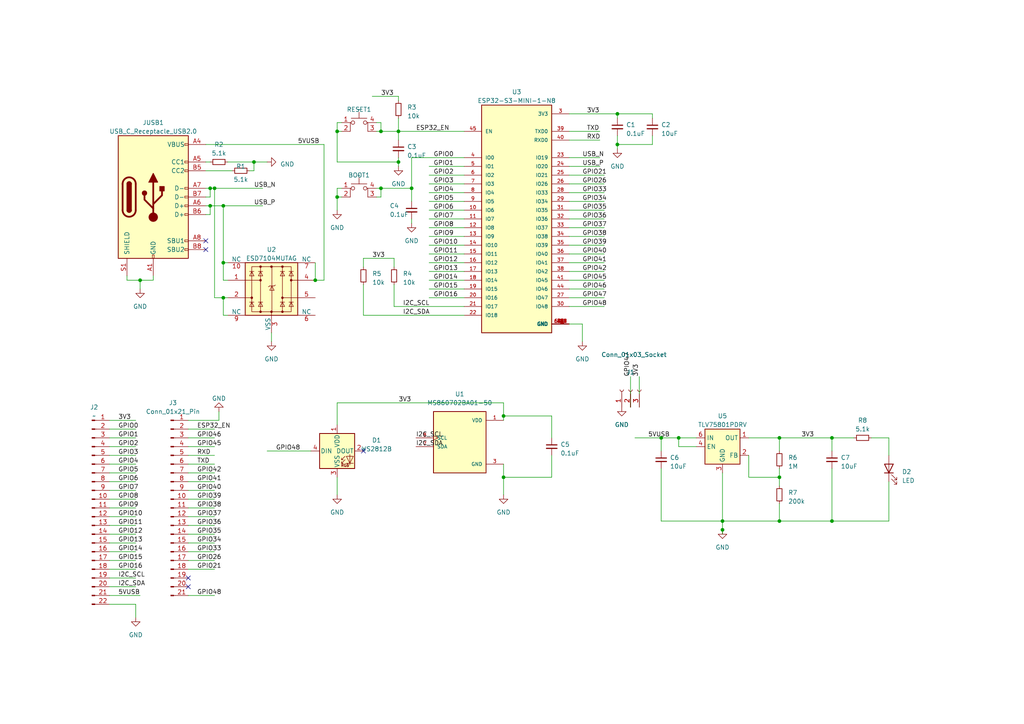
<source format=kicad_sch>
(kicad_sch (version 20250114) (generator "eeschema") (generator_version "9.0")
  (paper "A4")
  (lib_symbols
    (symbol "Connector:Conn_01x03_Socket" (pin_names (offset 1.016) (hide yes))
      (property "Reference" "J" (at 0 5.08 0))
      (property "Value" "Conn_01x03_Socket" (at 0 -5.08 0))
      (symbol "Conn_01x03_Socket_1_1"
        (pin passive line (at -5.08 2.54 0) (length 3.81) (name "Pin_1") (number "1"))
        (pin passive line (at -5.08 0 0) (length 3.81) (name "Pin_2") (number "2"))
        (pin passive line (at -5.08 -2.54 0) (length 3.81) (name "Pin_3") (number "3"))
      )
    )
    (symbol "Connector:Conn_01x21_Pin" (pin_names (offset 1.016) (hide yes))
      (property "Reference" "J" (at 0 27.94 0))
      (property "Value" "Conn_01x21_Pin" (at 0 -27.94 0))
      (symbol "Conn_01x21_Pin_1_1"
        (pin passive line (at 5.08 25.4 180) (length 3.81) (name "Pin_1") (number "1"))
        (pin passive line (at 5.08 22.86 180) (length 3.81) (name "Pin_2") (number "2"))
        (pin passive line (at 5.08 20.32 180) (length 3.81) (name "Pin_3") (number "3"))
        (pin passive line (at 5.08 17.78 180) (length 3.81) (name "Pin_4") (number "4"))
        (pin passive line (at 5.08 15.24 180) (length 3.81) (name "Pin_5") (number "5"))
        (pin passive line (at 5.08 12.7 180) (length 3.81) (name "Pin_6") (number "6"))
        (pin passive line (at 5.08 10.16 180) (length 3.81) (name "Pin_7") (number "7"))
        (pin passive line (at 5.08 7.62 180) (length 3.81) (name "Pin_8") (number "8"))
        (pin passive line (at 5.08 5.08 180) (length 3.81) (name "Pin_9") (number "9"))
        (pin passive line (at 5.08 2.54 180) (length 3.81) (name "Pin_10") (number "10"))
        (pin passive line (at 5.08 0 180) (length 3.81) (name "Pin_11") (number "11"))
        (pin passive line (at 5.08 -2.54 180) (length 3.81) (name "Pin_12") (number "12"))
        (pin passive line (at 5.08 -5.08 180) (length 3.81) (name "Pin_13") (number "13"))
        (pin passive line (at 5.08 -7.62 180) (length 3.81) (name "Pin_14") (number "14"))
        (pin passive line (at 5.08 -10.16 180) (length 3.81) (name "Pin_15") (number "15"))
        (pin passive line (at 5.08 -12.7 180) (length 3.81) (name "Pin_16") (number "16"))
        (pin passive line (at 5.08 -15.24 180) (length 3.81) (name "Pin_17") (number "17"))
        (pin passive line (at 5.08 -17.78 180) (length 3.81) (name "Pin_18") (number "18"))
        (pin passive line (at 5.08 -20.32 180) (length 3.81) (name "Pin_19") (number "19"))
        (pin passive line (at 5.08 -22.86 180) (length 3.81) (name "Pin_20") (number "20"))
        (pin passive line (at 5.08 -25.4 180) (length 3.81) (name "Pin_21") (number "21"))
      )
    )
    (symbol "Connector:Conn_01x22_Pin" (pin_names (offset 1.016) (hide yes))
      (property "Reference" "J" (at 0 27.94 0))
      (property "Value" "Conn_01x22_Pin" (at 0 -30.48 0))
      (symbol "Conn_01x22_Pin_1_1"
        (pin passive line (at 5.08 25.4 180) (length 3.81) (name "Pin_1") (number "1"))
        (pin passive line (at 5.08 22.86 180) (length 3.81) (name "Pin_2") (number "2"))
        (pin passive line (at 5.08 20.32 180) (length 3.81) (name "Pin_3") (number "3"))
        (pin passive line (at 5.08 17.78 180) (length 3.81) (name "Pin_4") (number "4"))
        (pin passive line (at 5.08 15.24 180) (length 3.81) (name "Pin_5") (number "5"))
        (pin passive line (at 5.08 12.7 180) (length 3.81) (name "Pin_6") (number "6"))
        (pin passive line (at 5.08 10.16 180) (length 3.81) (name "Pin_7") (number "7"))
        (pin passive line (at 5.08 7.62 180) (length 3.81) (name "Pin_8") (number "8"))
        (pin passive line (at 5.08 5.08 180) (length 3.81) (name "Pin_9") (number "9"))
        (pin passive line (at 5.08 2.54 180) (length 3.81) (name "Pin_10") (number "10"))
        (pin passive line (at 5.08 0 180) (length 3.81) (name "Pin_11") (number "11"))
        (pin passive line (at 5.08 -2.54 180) (length 3.81) (name "Pin_12") (number "12"))
        (pin passive line (at 5.08 -5.08 180) (length 3.81) (name "Pin_13") (number "13"))
        (pin passive line (at 5.08 -7.62 180) (length 3.81) (name "Pin_14") (number "14"))
        (pin passive line (at 5.08 -10.16 180) (length 3.81) (name "Pin_15") (number "15"))
        (pin passive line (at 5.08 -12.7 180) (length 3.81) (name "Pin_16") (number "16"))
        (pin passive line (at 5.08 -15.24 180) (length 3.81) (name "Pin_17") (number "17"))
        (pin passive line (at 5.08 -17.78 180) (length 3.81) (name "Pin_18") (number "18"))
        (pin passive line (at 5.08 -20.32 180) (length 3.81) (name "Pin_19") (number "19"))
        (pin passive line (at 5.08 -22.86 180) (length 3.81) (name "Pin_20") (number "20"))
        (pin passive line (at 5.08 -25.4 180) (length 3.81) (name "Pin_21") (number "21"))
        (pin passive line (at 5.08 -27.94 180) (length 3.81) (name "Pin_22") (number "22"))
      )
    )
    (symbol "Connector:USB_C_Receptacle_USB2.0" (pin_names (offset 1.016))
      (property "Reference" "J" (at -10.16 19.05 0))
      (property "Value" "USB_C_Receptacle_USB2.0" (at 19.05 19.05 0))
      (symbol "USB_C_Receptacle_USB2.0_1_1"
        (pin passive line (at -7.62 -22.86 90) (length 5.08) (name "SHIELD") (number "S1"))
        (pin passive line (at 0 -22.86 90) (length 5.08) (name "GND") (number "A1"))
        (pin passive line (at 0 -22.86 90) (length 5.08) (hide yes) (name "GND") (number "A12"))
        (pin passive line (at 0 -22.86 90) (length 5.08) (hide yes) (name "GND") (number "B1"))
        (pin passive line (at 0 -22.86 90) (length 5.08) (hide yes) (name "GND") (number "B12"))
        (pin passive line (at 15.24 15.24 180) (length 5.08) (name "VBUS") (number "A4"))
        (pin passive line (at 15.24 15.24 180) (length 5.08) (hide yes) (name "VBUS") (number "A9"))
        (pin passive line (at 15.24 15.24 180) (length 5.08) (hide yes) (name "VBUS") (number "B4"))
        (pin passive line (at 15.24 15.24 180) (length 5.08) (hide yes) (name "VBUS") (number "B9"))
        (pin bidirectional line (at 15.24 10.16 180) (length 5.08) (name "CC1") (number "A5"))
        (pin bidirectional line (at 15.24 7.62 180) (length 5.08) (name "CC2") (number "B5"))
        (pin bidirectional line (at 15.24 2.54 180) (length 5.08) (name "D-") (number "A7"))
        (pin bidirectional line (at 15.24 0 180) (length 5.08) (name "D-") (number "B7"))
        (pin bidirectional line (at 15.24 -2.54 180) (length 5.08) (name "D+") (number "A6"))
        (pin bidirectional line (at 15.24 -5.08 180) (length 5.08) (name "D+") (number "B6"))
        (pin bidirectional line (at 15.24 -12.7 180) (length 5.08) (name "SBU1") (number "A8"))
        (pin bidirectional line (at 15.24 -15.24 180) (length 5.08) (name "SBU2") (number "B8"))
      )
    )
    (symbol "Device:C_Small" (pin_numbers (hide yes)) (pin_names (offset 0.254) (hide yes))
      (property "Reference" "C" (at 0.254 1.778 0))
      (property "Value" "C_Small" (at 0.254 -2.032 0))
      (symbol "C_Small_1_1"
        (pin passive line (at 0 2.54 270) (length 2.032) (name "~") (number "1"))
        (pin passive line (at 0 -2.54 90) (length 2.032) (name "~") (number "2"))
      )
    )
    (symbol "Device:LED" (pin_numbers (hide yes)) (pin_names (offset 1.016) (hide yes))
      (property "Reference" "D" (at 0 2.54 0))
      (property "Value" "LED" (at 0 -2.54 0))
      (symbol "LED_1_1"
        (pin passive line (at -3.81 0 0) (length 2.54) (name "K") (number "1"))
        (pin passive line (at 3.81 0 180) (length 2.54) (name "A") (number "2"))
      )
    )
    (symbol "Device:R_Small" (pin_numbers (hide yes)) (pin_names (offset 0.254) (hide yes))
      (property "Reference" "R" (at 0.762 0.508 0))
      (property "Value" "R_Small" (at 0.762 -1.016 0))
      (symbol "R_Small_1_1"
        (pin passive line (at 0 2.54 270) (length 0.762) (name "~") (number "1"))
        (pin passive line (at 0 -2.54 90) (length 0.762) (name "~") (number "2"))
      )
    )
    (symbol "ESP32-S3-MINI-1-N8:ESP32-S3-MINI-1-N8" (pin_names (offset 1.016))
      (property "Reference" "U" (at -10.16 34.29 0))
      (property "Value" "ESP32-S3-MINI-1-N8" (at -10.16 -35.56 0))
      (symbol "ESP32-S3-MINI-1-N8_0_0"
        (pin input line (at -15.24 25.4 0) (length 5.08) (name "EN") (number "45"))
        (pin bidirectional line (at -15.24 17.78 0) (length 5.08) (name "IO0") (number "4"))
        (pin bidirectional line (at -15.24 15.24 0) (length 5.08) (name "IO1") (number "5"))
        (pin bidirectional line (at -15.24 12.7 0) (length 5.08) (name "IO2") (number "6"))
        (pin bidirectional line (at -15.24 10.16 0) (length 5.08) (name "IO3") (number "7"))
        (pin bidirectional line (at -15.24 7.62 0) (length 5.08) (name "IO4") (number "8"))
        (pin bidirectional line (at -15.24 5.08 0) (length 5.08) (name "IO5") (number "9"))
        (pin bidirectional line (at -15.24 2.54 0) (length 5.08) (name "IO6") (number "10"))
        (pin bidirectional line (at -15.24 0 0) (length 5.08) (name "IO7") (number "11"))
        (pin bidirectional line (at -15.24 -2.54 0) (length 5.08) (name "IO8") (number "12"))
        (pin bidirectional line (at -15.24 -5.08 0) (length 5.08) (name "IO9") (number "13"))
        (pin bidirectional line (at -15.24 -7.62 0) (length 5.08) (name "IO10") (number "14"))
        (pin bidirectional line (at -15.24 -10.16 0) (length 5.08) (name "IO11") (number "15"))
        (pin bidirectional line (at -15.24 -12.7 0) (length 5.08) (name "IO12") (number "16"))
        (pin bidirectional line (at -15.24 -15.24 0) (length 5.08) (name "IO13") (number "17"))
        (pin bidirectional line (at -15.24 -17.78 0) (length 5.08) (name "IO14") (number "18"))
        (pin bidirectional line (at -15.24 -20.32 0) (length 5.08) (name "IO15") (number "19"))
        (pin bidirectional line (at -15.24 -22.86 0) (length 5.08) (name "IO16") (number "20"))
        (pin bidirectional line (at -15.24 -25.4 0) (length 5.08) (name "IO17") (number "21"))
        (pin bidirectional line (at -15.24 -27.94 0) (length 5.08) (name "IO18") (number "22"))
        (pin power_in line (at 15.24 30.48 180) (length 5.08) (name "3V3") (number "3"))
        (pin bidirectional line (at 15.24 25.4 180) (length 5.08) (name "TXD0") (number "39"))
        (pin bidirectional line (at 15.24 22.86 180) (length 5.08) (name "RXD0") (number "40"))
        (pin bidirectional line (at 15.24 17.78 180) (length 5.08) (name "IO19") (number "23"))
        (pin bidirectional line (at 15.24 15.24 180) (length 5.08) (name "IO20") (number "24"))
        (pin bidirectional line (at 15.24 12.7 180) (length 5.08) (name "IO21") (number "25"))
        (pin bidirectional line (at 15.24 10.16 180) (length 5.08) (name "IO26") (number "26"))
        (pin bidirectional line (at 15.24 7.62 180) (length 5.08) (name "IO33") (number "28"))
        (pin bidirectional line (at 15.24 5.08 180) (length 5.08) (name "IO34") (number "29"))
        (pin bidirectional line (at 15.24 2.54 180) (length 5.08) (name "IO35") (number "31"))
        (pin bidirectional line (at 15.24 0 180) (length 5.08) (name "IO36") (number "32"))
        (pin bidirectional line (at 15.24 -2.54 180) (length 5.08) (name "IO37") (number "33"))
        (pin bidirectional line (at 15.24 -5.08 180) (length 5.08) (name "IO38") (number "34"))
        (pin bidirectional line (at 15.24 -7.62 180) (length 5.08) (name "IO39") (number "35"))
        (pin bidirectional line (at 15.24 -10.16 180) (length 5.08) (name "IO40") (number "36"))
        (pin bidirectional line (at 15.24 -12.7 180) (length 5.08) (name "IO41") (number "37"))
        (pin bidirectional line (at 15.24 -15.24 180) (length 5.08) (name "IO42") (number "38"))
        (pin bidirectional line (at 15.24 -17.78 180) (length 5.08) (name "IO45") (number "41"))
        (pin bidirectional line (at 15.24 -20.32 180) (length 5.08) (name "IO46") (number "44"))
        (pin bidirectional line (at 15.24 -22.86 180) (length 5.08) (name "IO47") (number "27"))
        (pin bidirectional line (at 15.24 -25.4 180) (length 5.08) (name "IO48") (number "30"))
        (pin power_in line (at 15.24 -30.48 180) (length 5.08) (name "GND") (number "1"))
        (pin power_in line (at 15.24 -30.48 180) (length 5.08) (name "GND") (number "2"))
        (pin power_in line (at 15.24 -30.48 180) (length 5.08) (name "GND") (number "42"))
        (pin power_in line (at 15.24 -30.48 180) (length 5.08) (name "GND") (number "43"))
        (pin power_in line (at 15.24 -30.48 180) (length 5.08) (name "GND") (number "46"))
        (pin power_in line (at 15.24 -30.48 180) (length 5.08) (name "GND") (number "47"))
        (pin power_in line (at 15.24 -30.48 180) (length 5.08) (name "GND") (number "48"))
        (pin power_in line (at 15.24 -30.48 180) (length 5.08) (name "GND") (number "49"))
        (pin power_in line (at 15.24 -30.48 180) (length 5.08) (name "GND") (number "50"))
        (pin power_in line (at 15.24 -30.48 180) (length 5.08) (name "GND") (number "51"))
        (pin power_in line (at 15.24 -30.48 180) (length 5.08) (name "GND") (number "52"))
        (pin power_in line (at 15.24 -30.48 180) (length 5.08) (name "GND") (number "53"))
        (pin power_in line (at 15.24 -30.48 180) (length 5.08) (name "GND") (number "54"))
        (pin power_in line (at 15.24 -30.48 180) (length 5.08) (name "GND") (number "55"))
        (pin power_in line (at 15.24 -30.48 180) (length 5.08) (name "GND") (number "56"))
        (pin power_in line (at 15.24 -30.48 180) (length 5.08) (name "GND") (number "57"))
        (pin power_in line (at 15.24 -30.48 180) (length 5.08) (name "GND") (number "58"))
        (pin power_in line (at 15.24 -30.48 180) (length 5.08) (name "GND") (number "59"))
        (pin power_in line (at 15.24 -30.48 180) (length 5.08) (name "GND") (number "60"))
        (pin power_in line (at 15.24 -30.48 180) (length 5.08) (name "GND") (number "61"))
        (pin power_in line (at 15.24 -30.48 180) (length 5.08) (name "GND") (number "61_1"))
        (pin power_in line (at 15.24 -30.48 180) (length 5.08) (name "GND") (number "61_2"))
        (pin power_in line (at 15.24 -30.48 180) (length 5.08) (name "GND") (number "61_3"))
        (pin power_in line (at 15.24 -30.48 180) (length 5.08) (name "GND") (number "61_4"))
        (pin power_in line (at 15.24 -30.48 180) (length 5.08) (name "GND") (number "61_5"))
        (pin power_in line (at 15.24 -30.48 180) (length 5.08) (name "GND") (number "61_6"))
        (pin power_in line (at 15.24 -30.48 180) (length 5.08) (name "GND") (number "61_7"))
        (pin power_in line (at 15.24 -30.48 180) (length 5.08) (name "GND") (number "61_8"))
        (pin power_in line (at 15.24 -30.48 180) (length 5.08) (name "GND") (number "62"))
        (pin power_in line (at 15.24 -30.48 180) (length 5.08) (name "GND") (number "63"))
        (pin power_in line (at 15.24 -30.48 180) (length 5.08) (name "GND") (number "64"))
        (pin power_in line (at 15.24 -30.48 180) (length 5.08) (name "GND") (number "65"))
      )
    )
    (symbol "LED:WS2812B" (pin_names (offset 0.254))
      (property "Reference" "D" (at 5.08 5.715 0))
      (property "Value" "WS2812B" (at 1.27 -5.715 0))
      (symbol "WS2812B_0_0"
        (text "RGB" (at 2.286 -4.191 0) (effects (font (size 0.762 0.762))))
      )
      (symbol "WS2812B_1_1"
        (pin input line (at -7.62 0 0) (length 2.54) (name "DIN") (number "4"))
        (pin power_in line (at 0 7.62 270) (length 2.54) (name "VDD") (number "1"))
        (pin power_in line (at 0 -7.62 90) (length 2.54) (name "VSS") (number "3"))
        (pin output line (at 7.62 0 180) (length 2.54) (name "DOUT") (number "2"))
      )
    )
    (symbol "MS860702BA01-50:MS860702BA01-50" (pin_names (offset 1.016))
      (property "Reference" "U" (at -7.6216 12.7027 0))
      (property "Value" "MS860702BA01-50" (at -7.6277 -12.7128 0))
      (symbol "MS860702BA01-50_0_0"
        (pin input clock (at -12.7 2.54 0) (length 5.08) (name "SCL") (number "8"))
        (pin bidirectional line (at -12.7 0 0) (length 5.08) (name "SDA") (number "7"))
        (pin power_in line (at 12.7 7.62 180) (length 5.08) (name "VDD") (number "1"))
        (pin power_in line (at 12.7 -5.08 180) (length 5.08) (name "GND") (number "3"))
      )
    )
    (symbol "Power_Protection:D3V3XA4B10LP" (pin_names (offset 0))
      (property "Reference" "U" (at -0.635 8.89 0))
      (property "Value" "D3V3XA4B10LP" (at 8.89 -10.16 0))
      (symbol "D3V3XA4B10LP_1_1"
        (pin free line (at -12.7 7.62 0) (length 5.08) (name "NC") (number "10"))
        (pin passive line (at -12.7 2.54 0) (length 5.08) (name "~") (number "1"))
        (pin passive line (at -12.7 -2.54 0) (length 5.08) (name "~") (number "2"))
        (pin free line (at -12.7 -7.62 0) (length 5.08) (name "NC") (number "9"))
        (pin power_in line (at 0 -12.7 90) (length 5.08) (name "VSS") (number "3"))
        (pin passive line (at 0 -12.7 90) (length 5.08) (hide yes) (name "VSS") (number "8"))
        (pin free line (at 12.7 7.62 180) (length 5.08) (name "NC") (number "7"))
        (pin passive line (at 12.7 2.54 180) (length 5.08) (name "~") (number "4"))
        (pin passive line (at 12.7 -2.54 180) (length 5.08) (name "~") (number "5"))
        (pin free line (at 12.7 -7.62 180) (length 5.08) (name "NC") (number "6"))
      )
    )
    (symbol "Regulator_Linear:TLV75801PDRV"
      (property "Reference" "U" (at -3.81 6.35 0))
      (property "Value" "TLV75801PDRV" (at 0 6.35 0))
      (symbol "TLV75801PDRV_1_1"
        (pin power_in line (at -7.62 2.54 0) (length 2.54) (name "IN") (number "6"))
        (pin input line (at -7.62 0 0) (length 2.54) (name "EN") (number "4"))
        (pin power_in line (at 0 -7.62 90) (length 2.54) (name "GND") (number "3"))
        (pin passive line (at 0 -7.62 90) (length 2.54) (hide yes) (name "GND") (number "7"))
        (pin no_connect line (at 5.08 0 180) (length 2.54) (hide yes) (name "DNC") (number "5"))
        (pin power_out line (at 7.62 2.54 180) (length 2.54) (name "OUT") (number "1"))
        (pin input line (at 7.62 -2.54 180) (length 2.54) (name "FB") (number "2"))
      )
    )
    (symbol "Switch:SW_MEC_5E" (pin_names (offset 1.016) (hide yes))
      (property "Reference" "SW" (at 0.635 5.715 0))
      (property "Value" "SW_MEC_5E" (at 0 -3.175 0))
      (symbol "SW_MEC_5E_0_1"
        (pin passive line (at -5.08 2.54 0) (length 2.54) (name "1") (number "1"))
        (pin passive line (at -5.08 0 0) (length 2.54) (name "2") (number "2"))
        (pin passive line (at 5.08 2.54 180) (length 2.54) (name "A") (number "4"))
        (pin passive line (at 5.08 0 180) (length 2.54) (name "K") (number "3"))
      )
    )
    (symbol "power:GND" (power) (pin_names (offset 0))
      (property "Value" "GND" (at 0 -3.81 0))
      (symbol "GND_1_1"
        (pin power_in line (at 0 0 270) (length 0) (hide yes) (name "GND") (number "1"))
      )
    )
  )
  (junction (at 110.49 38.1))
  (junction (at 196.85 127))
  (junction (at 64.77 86.36))
  (junction (at 226.06 151.13))
  (junction (at 115.57 38.1))
  (junction (at 209.55 153.67))
  (junction (at 60.96 59.69))
  (junction (at 209.55 151.13))
  (junction (at 97.79 57.15))
  (junction (at 191.77 127))
  (junction (at 241.3 151.13))
  (junction (at 119.38 54.61))
  (junction (at 146.05 120.65))
  (junction (at 91.44 81.28))
  (junction (at 97.79 38.1))
  (junction (at 64.77 59.69))
  (junction (at 241.3 127))
  (junction (at 64.77 76.2))
  (junction (at 40.64 81.28))
  (junction (at 110.49 54.61))
  (junction (at 146.05 138.43))
  (junction (at 115.57 46.99))
  (junction (at 73.66 46.99))
  (junction (at 60.96 54.61))
  (junction (at 179.07 41.91))
  (junction (at 62.23 54.61))
  (junction (at 226.06 127))
  (junction (at 226.06 138.43))
  (junction (at 179.07 33.02))
  (no_connect (at 54.61 170.18))
  (no_connect (at 105.41 130.81))
  (no_connect (at 54.61 167.64))
  (no_connect (at 59.69 69.85))
  (no_connect (at 59.69 72.39))
  (wire (pts (xy 31.75 147.32) (xy 39.37 147.32)))
  (wire (pts (xy 160.02 120.65) (xy 146.05 120.65)))
  (wire (pts (xy 64.77 91.44) (xy 64.77 86.36)))
  (wire (pts (xy 114.3 74.93) (xy 114.3 77.47)))
  (wire (pts (xy 241.3 135.89) (xy 241.3 151.13)))
  (wire (pts (xy 54.61 129.54) (xy 62.23 129.54)))
  (wire (pts (xy 107.95 27.94) (xy 115.57 27.94)))
  (wire (pts (xy 110.49 38.1) (xy 115.57 38.1)))
  (wire (pts (xy 191.77 135.89) (xy 191.77 151.13)))
  (wire (pts (xy 36.83 80.01) (xy 36.83 81.28)))
  (wire (pts (xy 54.61 144.78) (xy 62.23 144.78)))
  (wire (pts (xy 31.75 175.26) (xy 39.37 175.26)))
  (wire (pts (xy 64.77 76.2) (xy 64.77 81.28)))
  (wire (pts (xy 109.22 57.15) (xy 110.49 57.15)))
  (wire (pts (xy 119.38 63.5) (xy 119.38 64.77)))
  (wire (pts (xy 63.5 119.38) (xy 63.5 121.92)))
  (wire (pts (xy 109.22 54.61) (xy 110.49 54.61)))
  (wire (pts (xy 201.93 129.54) (xy 196.85 129.54)))
  (wire (pts (xy 115.57 45.72) (xy 115.57 46.99)))
  (wire (pts (xy 165.1 53.34) (xy 175.26 53.34)))
  (wire (pts (xy 165.1 68.58) (xy 175.26 68.58)))
  (wire (pts (xy 209.55 137.16) (xy 209.55 151.13)))
  (wire (pts (xy 165.1 71.12) (xy 175.26 71.12)))
  (wire (pts (xy 31.75 160.02) (xy 39.37 160.02)))
  (wire (pts (xy 124.46 66.04) (xy 134.62 66.04)))
  (wire (pts (xy 165.1 33.02) (xy 179.07 33.02)))
  (wire (pts (xy 31.75 139.7) (xy 39.37 139.7)))
  (wire (pts (xy 165.1 73.66) (xy 175.26 73.66)))
  (wire (pts (xy 54.61 157.48) (xy 62.23 157.48)))
  (wire (pts (xy 165.1 78.74) (xy 175.26 78.74)))
  (wire (pts (xy 91.44 81.28) (xy 93.98 81.28)))
  (wire (pts (xy 119.38 54.61) (xy 110.49 54.61)))
  (wire (pts (xy 165.1 58.42) (xy 175.26 58.42)))
  (wire (pts (xy 110.49 35.56) (xy 110.49 38.1)))
  (wire (pts (xy 93.98 81.28) (xy 93.98 41.91)))
  (wire (pts (xy 31.75 134.62) (xy 39.37 134.62)))
  (wire (pts (xy 165.1 45.72) (xy 173.99 45.72)))
  (wire (pts (xy 165.1 40.64) (xy 173.99 40.64)))
  (wire (pts (xy 165.1 76.2) (xy 175.26 76.2)))
  (wire (pts (xy 115.57 38.1) (xy 134.62 38.1)))
  (wire (pts (xy 179.07 34.29) (xy 179.07 33.02)))
  (wire (pts (xy 109.22 35.56) (xy 110.49 35.56)))
  (wire (pts (xy 60.96 59.69) (xy 64.77 59.69)))
  (wire (pts (xy 31.75 152.4) (xy 39.37 152.4)))
  (wire (pts (xy 105.41 74.93) (xy 114.3 74.93)))
  (wire (pts (xy 196.85 127) (xy 201.93 127)))
  (wire (pts (xy 54.61 172.72) (xy 62.23 172.72)))
  (wire (pts (xy 54.61 137.16) (xy 62.23 137.16)))
  (wire (pts (xy 97.79 57.15) (xy 97.79 60.96)))
  (wire (pts (xy 124.46 55.88) (xy 134.62 55.88)))
  (wire (pts (xy 165.1 86.36) (xy 175.26 86.36)))
  (wire (pts (xy 189.23 34.29) (xy 189.23 33.02)))
  (wire (pts (xy 189.23 41.91) (xy 179.07 41.91)))
  (wire (pts (xy 165.1 88.9) (xy 175.26 88.9)))
  (wire (pts (xy 124.46 50.8) (xy 134.62 50.8)))
  (wire (pts (xy 165.1 55.88) (xy 175.26 55.88)))
  (wire (pts (xy 184.15 127) (xy 191.77 127)))
  (wire (pts (xy 160.02 127) (xy 160.02 120.65)))
  (wire (pts (xy 124.46 63.5) (xy 134.62 63.5)))
  (wire (pts (xy 59.69 46.99) (xy 60.96 46.99)))
  (wire (pts (xy 60.96 62.23) (xy 60.96 59.69)))
  (wire (pts (xy 72.39 49.53) (xy 73.66 49.53)))
  (wire (pts (xy 160.02 138.43) (xy 146.05 138.43)))
  (wire (pts (xy 31.75 162.56) (xy 39.37 162.56)))
  (wire (pts (xy 226.06 127) (xy 226.06 130.81)))
  (wire (pts (xy 257.81 139.7) (xy 257.81 151.13)))
  (wire (pts (xy 99.06 54.61) (xy 97.79 54.61)))
  (wire (pts (xy 114.3 82.55) (xy 114.3 88.9)))
  (wire (pts (xy 109.22 38.1) (xy 110.49 38.1)))
  (wire (pts (xy 105.41 91.44) (xy 134.62 91.44)))
  (wire (pts (xy 97.79 138.43) (xy 97.79 143.51)))
  (wire (pts (xy 64.77 59.69) (xy 76.2 59.69)))
  (wire (pts (xy 97.79 54.61) (xy 97.79 57.15)))
  (wire (pts (xy 124.46 81.28) (xy 134.62 81.28)))
  (wire (pts (xy 165.1 93.98) (xy 168.91 93.98)))
  (wire (pts (xy 77.47 130.81) (xy 90.17 130.81)))
  (wire (pts (xy 185.42 109.22) (xy 185.42 118.11)))
  (wire (pts (xy 54.61 160.02) (xy 62.23 160.02)))
  (wire (pts (xy 226.06 146.05) (xy 226.06 151.13)))
  (wire (pts (xy 40.64 83.82) (xy 40.64 81.28)))
  (wire (pts (xy 209.55 153.67) (xy 209.55 154.94)))
  (wire (pts (xy 31.75 170.18) (xy 39.37 170.18)))
  (wire (pts (xy 31.75 149.86) (xy 39.37 149.86)))
  (wire (pts (xy 119.38 45.72) (xy 134.62 45.72)))
  (wire (pts (xy 226.06 151.13) (xy 241.3 151.13)))
  (wire (pts (xy 31.75 142.24) (xy 39.37 142.24)))
  (wire (pts (xy 73.66 46.99) (xy 77.47 46.99)))
  (wire (pts (xy 54.61 121.92) (xy 63.5 121.92)))
  (wire (pts (xy 99.06 57.15) (xy 97.79 57.15)))
  (wire (pts (xy 226.06 138.43) (xy 226.06 140.97)))
  (wire (pts (xy 54.61 134.62) (xy 62.23 134.62)))
  (wire (pts (xy 31.75 127) (xy 39.37 127)))
  (wire (pts (xy 31.75 157.48) (xy 39.37 157.48)))
  (wire (pts (xy 124.46 53.34) (xy 134.62 53.34)))
  (wire (pts (xy 54.61 127) (xy 62.23 127)))
  (wire (pts (xy 59.69 41.91) (xy 93.98 41.91)))
  (wire (pts (xy 105.41 77.47) (xy 105.41 74.93)))
  (wire (pts (xy 165.1 38.1) (xy 173.99 38.1)))
  (wire (pts (xy 241.3 127) (xy 226.06 127)))
  (wire (pts (xy 165.1 66.04) (xy 175.26 66.04)))
  (wire (pts (xy 97.79 38.1) (xy 99.06 38.1)))
  (wire (pts (xy 168.91 93.98) (xy 168.91 99.06)))
  (wire (pts (xy 44.45 80.01) (xy 44.45 81.28)))
  (wire (pts (xy 31.75 124.46) (xy 39.37 124.46)))
  (wire (pts (xy 59.69 54.61) (xy 60.96 54.61)))
  (wire (pts (xy 91.44 76.2) (xy 91.44 81.28)))
  (wire (pts (xy 115.57 29.21) (xy 115.57 27.94)))
  (wire (pts (xy 191.77 127) (xy 191.77 130.81)))
  (wire (pts (xy 124.46 76.2) (xy 134.62 76.2)))
  (wire (pts (xy 54.61 139.7) (xy 62.23 139.7)))
  (wire (pts (xy 31.75 121.92) (xy 39.37 121.92)))
  (wire (pts (xy 97.79 35.56) (xy 97.79 38.1)))
  (wire (pts (xy 66.04 86.36) (xy 64.77 86.36)))
  (wire (pts (xy 179.07 33.02) (xy 189.23 33.02)))
  (wire (pts (xy 66.04 46.99) (xy 73.66 46.99)))
  (wire (pts (xy 78.74 96.52) (xy 78.74 99.06)))
  (wire (pts (xy 36.83 81.28) (xy 40.64 81.28)))
  (wire (pts (xy 115.57 46.99) (xy 97.79 46.99)))
  (wire (pts (xy 257.81 127) (xy 257.81 132.08)))
  (wire (pts (xy 196.85 129.54) (xy 196.85 127)))
  (wire (pts (xy 110.49 57.15) (xy 110.49 54.61)))
  (wire (pts (xy 124.46 78.74) (xy 134.62 78.74)))
  (wire (pts (xy 226.06 135.89) (xy 226.06 138.43)))
  (wire (pts (xy 97.79 123.19) (xy 97.79 116.84)))
  (wire (pts (xy 165.1 50.8) (xy 175.26 50.8)))
  (wire (pts (xy 124.46 58.42) (xy 134.62 58.42)))
  (wire (pts (xy 62.23 86.36) (xy 62.23 54.61)))
  (wire (pts (xy 73.66 49.53) (xy 73.66 46.99)))
  (wire (pts (xy 252.73 127) (xy 257.81 127)))
  (wire (pts (xy 124.46 73.66) (xy 134.62 73.66)))
  (wire (pts (xy 160.02 132.08) (xy 160.02 138.43)))
  (wire (pts (xy 54.61 132.08) (xy 62.23 132.08)))
  (wire (pts (xy 115.57 34.29) (xy 115.57 38.1)))
  (wire (pts (xy 124.46 60.96) (xy 134.62 60.96)))
  (wire (pts (xy 62.23 54.61) (xy 76.2 54.61)))
  (wire (pts (xy 217.17 132.08) (xy 217.17 138.43)))
  (wire (pts (xy 54.61 165.1) (xy 62.23 165.1)))
  (wire (pts (xy 119.38 58.42) (xy 119.38 54.61)))
  (wire (pts (xy 97.79 116.84) (xy 146.05 116.84)))
  (wire (pts (xy 124.46 68.58) (xy 134.62 68.58)))
  (wire (pts (xy 31.75 154.94) (xy 39.37 154.94)))
  (wire (pts (xy 115.57 38.1) (xy 115.57 40.64)))
  (wire (pts (xy 44.45 81.28) (xy 40.64 81.28)))
  (wire (pts (xy 105.41 82.55) (xy 105.41 91.44)))
  (wire (pts (xy 31.75 172.72) (xy 40.64 172.72)))
  (wire (pts (xy 165.1 63.5) (xy 175.26 63.5)))
  (wire (pts (xy 165.1 48.26) (xy 173.99 48.26)))
  (wire (pts (xy 241.3 130.81) (xy 241.3 127)))
  (wire (pts (xy 241.3 127) (xy 247.65 127)))
  (wire (pts (xy 209.55 151.13) (xy 226.06 151.13)))
  (wire (pts (xy 165.1 83.82) (xy 175.26 83.82)))
  (wire (pts (xy 226.06 127) (xy 217.17 127)))
  (wire (pts (xy 39.37 175.26) (xy 39.37 179.07)))
  (wire (pts (xy 124.46 83.82) (xy 134.62 83.82)))
  (wire (pts (xy 146.05 134.62) (xy 146.05 138.43)))
  (wire (pts (xy 191.77 151.13) (xy 209.55 151.13)))
  (wire (pts (xy 31.75 137.16) (xy 39.37 137.16)))
  (wire (pts (xy 31.75 132.08) (xy 39.37 132.08)))
  (wire (pts (xy 31.75 165.1) (xy 39.37 165.1)))
  (wire (pts (xy 66.04 91.44) (xy 64.77 91.44)))
  (wire (pts (xy 146.05 116.84) (xy 146.05 120.65)))
  (wire (pts (xy 59.69 59.69) (xy 60.96 59.69)))
  (wire (pts (xy 124.46 71.12) (xy 134.62 71.12)))
  (wire (pts (xy 182.88 109.22) (xy 182.88 118.11)))
  (wire (pts (xy 54.61 124.46) (xy 62.23 124.46)))
  (wire (pts (xy 60.96 54.61) (xy 62.23 54.61)))
  (wire (pts (xy 66.04 81.28) (xy 64.77 81.28)))
  (wire (pts (xy 97.79 46.99) (xy 97.79 38.1)))
  (wire (pts (xy 54.61 152.4) (xy 62.23 152.4)))
  (wire (pts (xy 191.77 127) (xy 196.85 127)))
  (wire (pts (xy 54.61 147.32) (xy 62.23 147.32)))
  (wire (pts (xy 179.07 41.91) (xy 179.07 43.18)))
  (wire (pts (xy 64.77 86.36) (xy 62.23 86.36)))
  (wire (pts (xy 257.81 151.13) (xy 241.3 151.13)))
  (wire (pts (xy 60.96 57.15) (xy 60.96 54.61)))
  (wire (pts (xy 64.77 76.2) (xy 66.04 76.2)))
  (wire (pts (xy 54.61 149.86) (xy 62.23 149.86)))
  (wire (pts (xy 146.05 120.65) (xy 146.05 121.92)))
  (wire (pts (xy 189.23 39.37) (xy 189.23 41.91)))
  (wire (pts (xy 114.3 88.9) (xy 134.62 88.9)))
  (wire (pts (xy 31.75 129.54) (xy 39.37 129.54)))
  (wire (pts (xy 124.46 48.26) (xy 134.62 48.26)))
  (wire (pts (xy 165.1 60.96) (xy 175.26 60.96)))
  (wire (pts (xy 119.38 45.72) (xy 119.38 54.61)))
  (wire (pts (xy 31.75 167.64) (xy 39.37 167.64)))
  (wire (pts (xy 99.06 35.56) (xy 97.79 35.56)))
  (wire (pts (xy 31.75 144.78) (xy 39.37 144.78)))
  (wire (pts (xy 59.69 49.53) (xy 67.31 49.53)))
  (wire (pts (xy 179.07 39.37) (xy 179.07 41.91)))
  (wire (pts (xy 59.69 62.23) (xy 60.96 62.23)))
  (wire (pts (xy 54.61 142.24) (xy 62.23 142.24)))
  (wire (pts (xy 115.57 46.99) (xy 115.57 48.26)))
  (wire (pts (xy 54.61 162.56) (xy 62.23 162.56)))
  (wire (pts (xy 124.46 86.36) (xy 134.62 86.36)))
  (wire (pts (xy 165.1 81.28) (xy 175.26 81.28)))
  (wire (pts (xy 54.61 154.94) (xy 62.23 154.94)))
  (wire (pts (xy 59.69 57.15) (xy 60.96 57.15)))
  (wire (pts (xy 146.05 138.43) (xy 146.05 143.51)))
  (wire (pts (xy 64.77 59.69) (xy 64.77 76.2)))
  (wire (pts (xy 217.17 138.43) (xy 226.06 138.43)))
  (wire (pts (xy 209.55 151.13) (xy 209.55 153.67)))
  (label "GPIO12" (at 34.29 154.94 0))
  (label "GPIO14" (at 125.73 81.28 0))
  (label "GPIO8" (at 125.73 66.04 0))
  (label "GPIO41" (at 57.15 139.7 0))
  (label "GPIO2" (at 34.29 129.54 0))
  (label "GPIO15" (at 34.29 162.56 0))
  (label "GPIO39" (at 168.91 71.12 0))
  (label "3V3" (at 170.18 33.02 0))
  (label "GPIO3" (at 34.29 132.08 0))
  (label "GPIO0" (at 125.73 45.72 0))
  (label "USB_P" (at 73.66 59.69 0))
  (label "RXD" (at 170.18 40.64 0))
  (label "GPIO38" (at 57.15 147.32 0))
  (label "GPIO15" (at 125.73 83.82 0))
  (label "I2C_SCL" (at 116.84 88.9 0))
  (label "I2C_SCL" (at 120.65 127 0))
  (label "GPIO41" (at 168.91 76.2 0))
  (label "GPIO47" (at 168.91 86.36 0))
  (label "GPIO21" (at 57.15 165.1 0))
  (label "GPIO4" (at 34.29 134.62 0))
  (label "GPIO14" (at 34.29 160.02 0))
  (label "GPIO42" (at 57.15 137.16 0))
  (label "GPIO3" (at 125.73 53.34 0))
  (label "GPIO5" (at 125.73 58.42 0))
  (label "GPIO9" (at 125.73 68.58 0))
  (label "GPIO37" (at 57.15 149.86 0))
  (label "GPIO26" (at 57.15 162.56 0))
  (label "3V3" (at 115.57 116.84 0))
  (label "GPIO34" (at 57.15 157.48 0))
  (label "GPIO8" (at 34.29 144.78 0))
  (label "GPIO40" (at 168.91 73.66 0))
  (label "GPIO13" (at 34.29 157.48 0))
  (label "I2C_SDA" (at 34.29 170.18 0))
  (label "USB_N" (at 73.66 54.61 0))
  (label "GPIO42" (at 168.91 78.74 0))
  (label "GPIO39" (at 57.15 144.78 0))
  (label "GPIO6" (at 125.73 60.96 0))
  (label "GPIO33" (at 168.91 55.88 0))
  (label "GPIO48" (at 80.01 130.81 0))
  (label "5VUSB" (at 187.96 127 0))
  (label "GPIO11" (at 125.73 73.66 0))
  (label "GPIO13" (at 125.73 78.74 0))
  (label "GPIO2" (at 125.73 50.8 0))
  (label "3V3" (at 107.95 74.93 0))
  (label "GPIO12" (at 125.73 76.2 0))
  (label "ESP32_EN" (at 120.65 38.1 0))
  (label "GPIO4" (at 125.73 55.88 0))
  (label "GPIO48" (at 57.15 172.72 0))
  (label "GPIO7" (at 125.73 63.5 0))
  (label "GPIO37" (at 168.91 66.04 0))
  (label "GPIO46" (at 168.91 83.82 0))
  (label "GPIO36" (at 168.91 63.5 0))
  (label "USB_P" (at 168.91 48.26 0))
  (label "ESP32_EN" (at 57.15 124.46 0))
  (label "GPIO9" (at 34.29 147.32 0))
  (label "GPIO1" (at 34.29 127 0))
  (label "GPIO45" (at 57.15 129.54 0))
  (label "GPIO11" (at 34.29 152.4 0))
  (label "GPIO10" (at 34.29 149.86 0))
  (label "5VUSB" (at 86.36 41.91 0))
  (label "GPIO21" (at 168.91 50.8 0))
  (label "GPIO7" (at 34.29 142.24 0))
  (label "GPIO35" (at 57.15 154.94 0))
  (label "3V3" (at 232.41 127 0))
  (label "5VUSB" (at 34.29 172.72 0))
  (label "GPIO34" (at 168.91 58.42 0))
  (label "GPIO1" (at 125.73 48.26 0))
  (label "I2C_SDA" (at 116.84 91.44 0))
  (label "GPIO36" (at 57.15 152.4 0))
  (label "3V3" (at 185.42 109.22 90))
  (label "GPIO16" (at 125.73 86.36 0))
  (label "GPIO45" (at 168.91 81.28 0))
  (label "3V3" (at 34.29 121.92 0))
  (label "GPIO40" (at 57.15 142.24 0))
  (label "GPIO16" (at 34.29 165.1 0))
  (label "TXD" (at 170.18 38.1 0))
  (label "3V3" (at 110.49 27.94 0))
  (label "GPIO10" (at 125.73 71.12 0))
  (label "GPIO0" (at 34.29 124.46 0))
  (label "I2C_SCL" (at 34.29 167.64 0))
  (label "GPIO35" (at 168.91 60.96 0))
  (label "USB_N" (at 168.91 45.72 0))
  (label "TXD" (at 57.15 134.62 0))
  (label "RXD" (at 57.15 132.08 0))
  (label "GPIO33" (at 57.15 160.02 0))
  (label "GPIO26" (at 168.91 53.34 0))
  (label "GPIO5" (at 34.29 137.16 0))
  (label "GPIO47" (at 182.88 109.22 90))
  (label "GPIO46" (at 57.15 127 0))
  (label "GPIO6" (at 34.29 139.7 0))
  (label "GPIO48" (at 168.91 88.9 0))
  (label "GPIO38" (at 168.91 68.58 0))
  (label "I2C_SDA" (at 120.65 129.54 0))
  (symbol (lib_id "Device:R_Small") (at 250.19 127 90) (unit 1)
    (property "Reference" "R8" (at 250.19 121.92 90))
    (property "Value" "5.1k" (at 250.19 124.46 90))
    (property "Footprint" "Resistor_SMD:R_0603_1608Metric" (effects (hide yes)))
  )
  (symbol (lib_id "Device:R_Small") (at 114.3 80.01 180) (unit 1)
    (property "Reference" "R4" (at 116.84 79.375 0) (effects (justify right)))
    (property "Value" "10k" (at 116.84 81.915 0) (effects (justify right)))
    (property "Footprint" "Resistor_SMD:R_0603_1608Metric" (effects (hide yes)))
  )
  (symbol (lib_id "MS860702BA01-50:MS860702BA01-50") (at 133.35 129.54 0) (unit 1)
    (property "Reference" "U1" (at 133.35 114.3 0))
    (property "Value" "MS860702BA01-50" (at 133.35 116.84 0))
    (property "Footprint" "MS860702BA01-50:TE_MS860702BA01-50" (effects (hide yes)))
    (property "Comment" "MS860702BA01-50" (effects (hide yes)))
    (property "MF" "TE Connectivity" (effects (hide yes)))
    (property "DESCRIPTION" "Pressure Temp Humidity Sensor" (effects (hide yes)))
    (property "Package" "QFN-8 TE Connectivity" (effects (hide yes)))
    (property "MPN" "MS860702BA01-50" (effects (hide yes)))
    (property "Price" "None" (effects (hide yes)))
    (property "Check_prices" "https://www.snapeda.com/parts/MS860702BA01-50/TE+Connectivity+ALCOSWITCH+Switches/view-part/?ref=eda" (effects (hide yes)))
    (property "STANDARD" "Manufacturer recommendation" (effects (hide yes)))
    (property "PARTREV" "06/2017" (effects (hide yes)))
    (property "SnapEDA_Link" "https://www.snapeda.com/parts/MS860702BA01-50/TE+Connectivity+ALCOSWITCH+Switches/view-part/?ref=snap" (effects (hide yes)))
    (property "MP" "MS860702BA01-50" (effects (hide yes)))
    (property "Description_1" "Humidity, Pressure, Temperature Sensor I2C Output" (effects (hide yes)))
    (property "Availability" "In Stock" (effects (hide yes)))
    (property "MANUFACTURER" "TE Connectivity" (effects (hide yes)))
  )
  (symbol (lib_id "Device:LED") (at 257.81 135.89 90) (unit 1)
    (property "Reference" "D2" (at 261.62 136.8425 90) (effects (justify right)))
    (property "Value" "LED" (at 261.62 139.3825 90) (effects (justify right)))
    (property "Footprint" "LED_SMD:LED_0603_1608Metric" (effects (hide yes)))
  )
  (symbol (lib_id "power:GND") (at 97.79 60.96 0) (unit 1)
    (property "Reference" "#PWR011" (effects (hide yes)))
    (property "Value" "GND" (at 97.79 66.04 0))
  )
  (symbol (lib_id "Connector:Conn_01x22_Pin") (at 26.67 147.32 0) (unit 1)
    (property "Reference" "J2" (at 27.305 118.11 0))
    (property "Value" "~" (at 27.305 120.65 0))
    (property "Footprint" "Connector_PinHeader_2.54mm:PinHeader_1x22_P2.54mm_Vertical" (effects (hide yes)))
  )
  (symbol (lib_id "Device:C_Small") (at 241.3 133.35 0) (unit 1)
    (property "Reference" "C7" (at 243.84 132.7213 0) (effects (justify left)))
    (property "Value" "10uF" (at 243.84 135.2613 0) (effects (justify left)))
    (property "Footprint" "Capacitor_SMD:C_0603_1608Metric" (effects (hide yes)))
  )
  (symbol (lib_id "power:GND") (at 168.91 99.06 0) (unit 1)
    (property "Reference" "#PWR06" (effects (hide yes)))
    (property "Value" "GND" (at 168.91 104.14 0))
  )
  (symbol (lib_id "Device:R_Small") (at 69.85 49.53 90) (unit 1)
    (property "Reference" "R1" (at 69.85 48.26 90))
    (property "Value" "5.1k" (at 69.85 52.07 90))
    (property "Footprint" "Resistor_SMD:R_0603_1608Metric" (effects (hide yes)))
  )
  (symbol (lib_id "Device:C_Small") (at 119.38 60.96 0) (unit 1)
    (property "Reference" "C4" (at 113.03 59.69 0) (effects (justify left)))
    (property "Value" "0.1uF" (at 113.03 62.23 0) (effects (justify left)))
    (property "Footprint" "Capacitor_SMD:C_0603_1608Metric" (effects (hide yes)))
  )
  (symbol (lib_id "Device:R_Small") (at 63.5 46.99 90) (unit 1)
    (property "Reference" "R2" (at 63.5 41.91 90))
    (property "Value" "5.1k" (at 63.5 44.45 90))
    (property "Footprint" "Resistor_SMD:R_0603_1608Metric" (effects (hide yes)))
  )
  (symbol (lib_id "Power_Protection:D3V3XA4B10LP") (at 78.74 83.82 0) (unit 1)
    (property "Reference" "U2" (at 78.74 72.39 0))
    (property "Value" "ESD7104MUTAG" (at 78.74 74.93 0))
    (property "Footprint" "Package_DFN_QFN:Diodes_UDFN-10_1.0x2.5mm_P0.5mm" (effects (hide yes)))
    (property "Datasheet" "https://www.onsemi.com/pdf/datasheet/esd7104-d.pdf" (effects (hide yes)))
  )
  (symbol (lib_id "LED:WS2812B") (at 97.79 130.81 0) (unit 1)
    (property "Reference" "D1" (at 109.22 127.6859 0))
    (property "Value" "WS2812B" (at 109.22 130.2259 0))
    (property "Footprint" "LED_SMD:LED_WS2812B_PLCC4_5.0x5.0mm_P3.2mm" (effects (hide yes)))
    (property "Datasheet" "https://cdn-shop.adafruit.com/datasheets/WS2812B.pdf" (effects (hide yes)))
  )
  (symbol (lib_id "Switch:SW_MEC_5E") (at 104.14 57.15 0) (unit 1)
    (property "Reference" "BOOT1" (at 104.14 50.8 0))
    (property "Value" "~" (at 104.14 50.8 0))
    (property "Footprint" "Button_Switch_SMD:SW_SPST_PTS810" (effects (hide yes)))
    (property "Datasheet" "http://www.apem.com/int/index.php?controller=attachment&id_attachment=1371" (effects (hide yes)))
  )
  (symbol (lib_id "Device:R_Small") (at 115.57 31.75 180) (unit 1)
    (property "Reference" "R3" (at 118.11 31.115 0) (effects (justify right)))
    (property "Value" "10k" (at 118.11 33.655 0) (effects (justify right)))
    (property "Footprint" "Resistor_SMD:R_0603_1608Metric" (effects (hide yes)))
  )
  (symbol (lib_id "power:GND") (at 78.74 99.06 0) (unit 1)
    (property "Reference" "#PWR03" (effects (hide yes)))
    (property "Value" "GND" (at 78.74 104.14 0))
  )
  (symbol (lib_id "Device:C_Small") (at 115.57 43.18 0) (unit 1)
    (property "Reference" "C3" (at 118.11 42.5513 0) (effects (justify left)))
    (property "Value" "0.1uF" (at 118.11 45.0913 0) (effects (justify left)))
    (property "Footprint" "Capacitor_SMD:C_0603_1608Metric" (effects (hide yes)))
  )
  (symbol (lib_id "Switch:SW_MEC_5E") (at 104.14 38.1 0) (unit 1)
    (property "Reference" "RESET1" (at 104.14 31.75 0))
    (property "Value" "~" (at 104.14 31.75 0))
    (property "Footprint" "Button_Switch_SMD:SW_SPST_PTS810" (effects (hide yes)))
    (property "Datasheet" "http://www.apem.com/int/index.php?controller=attachment&id_attachment=1371" (effects (hide yes)))
  )
  (symbol (lib_id "power:GND") (at 119.38 64.77 0) (unit 1)
    (property "Reference" "#PWR07" (effects (hide yes)))
    (property "Value" "GND" (at 119.38 69.85 0))
  )
  (symbol (lib_id "ESP32-S3-MINI-1-N8:ESP32-S3-MINI-1-N8") (at 149.86 63.5 0) (unit 1)
    (property "Reference" "U3" (at 149.86 26.67 0))
    (property "Value" "ESP32-S3-MINI-1-N8" (at 149.86 29.21 0))
    (property "Footprint" "RF_Module:ESP32-S2-MINI-1" (effects (hide yes)))
    (property "Description" "\nBluetooth, WiFi 802.11b/g/n, Bluetooth v5.0 Transceiver Module 2.4GHz PCB Trace Surface Mount\n" (effects (hide yes)))
    (property "MF" "Espressif Systems" (effects (hide yes)))
    (property "MAXIMUM_PACKAGE_HEIGHT" "2.55mm" (effects (hide yes)))
    (property "Package" "None" (effects (hide yes)))
    (property "Price" "None" (effects (hide yes)))
    (property "Check_prices" "https://www.snapeda.com/parts/ESP32-S3-MINI-1-N8/Espressif+Systems/view-part/?ref=eda" (effects (hide yes)))
    (property "STANDARD" "Manufacturer Recommendations" (effects (hide yes)))
    (property "PARTREV" "v0.6" (effects (hide yes)))
    (property "SnapEDA_Link" "https://www.snapeda.com/parts/ESP32-S3-MINI-1-N8/Espressif+Systems/view-part/?ref=snap" (effects (hide yes)))
    (property "MP" "ESP32-S3-MINI-1-N8" (effects (hide yes)))
    (property "Purchase-URL" "https://www.snapeda.com/api/url_track_click_mouser/?unipart_id=8941370&manufacturer=Espressif Systems&part_name=ESP32-S3-MINI-1-N8&search_term=None" (effects (hide yes)))
    (property "Availability" "In Stock" (effects (hide yes)))
    (property "MANUFACTURER" "Espressif" (effects (hide yes)))
  )
  (symbol (lib_id "Device:C_Small") (at 160.02 129.54 0) (unit 1)
    (property "Reference" "C5" (at 162.56 128.9113 0) (effects (justify left)))
    (property "Value" "0.1uF" (at 162.56 131.4513 0) (effects (justify left)))
    (property "Footprint" "Capacitor_SMD:C_0603_1608Metric" (effects (hide yes)))
  )
  (symbol (lib_id "Connector:Conn_01x03_Socket") (at 182.88 113.03 90) (unit 1)
    (property "Reference" "J1" (at 182.88 107.95 90))
    (property "Value" "Conn_01x03_Socket" (at 183.896 102.87 90))
    (property "Footprint" "Connector_PinSocket_2.54mm:PinSocket_1x03_P2.54mm_Vertical" (effects (hide yes)))
    (property "Description" "Generic connector, single row, 01x03, script generated" (effects (hide yes)))
  )
  (symbol (lib_id "power:GND") (at 77.47 46.99 90) (unit 1)
    (property "Reference" "#PWR01" (effects (hide yes)))
    (property "Value" "GND" (at 81.28 47.625 90) (effects (justify right)))
  )
  (symbol (lib_id "power:GND") (at 146.05 143.51 0) (unit 1)
    (property "Reference" "#PWR010" (effects (hide yes)))
    (property "Value" "GND" (at 146.05 148.59 0))
  )
  (symbol (lib_id "Device:R_Small") (at 226.06 133.35 180) (unit 1)
    (property "Reference" "R6" (at 228.6 132.715 0) (effects (justify right)))
    (property "Value" "1M" (at 228.6 135.255 0) (effects (justify right)))
    (property "Footprint" "Resistor_SMD:R_0603_1608Metric" (effects (hide yes)))
  )
  (symbol (lib_id "Device:C_Small") (at 189.23 36.83 0) (unit 1)
    (property "Reference" "C2" (at 191.77 36.2013 0) (effects (justify left)))
    (property "Value" "10uF" (at 191.77 38.7413 0) (effects (justify left)))
    (property "Footprint" "Capacitor_SMD:C_0603_1608Metric" (effects (hide yes)))
  )
  (symbol (lib_id "power:GND") (at 40.64 83.82 0) (unit 1)
    (property "Reference" "#PWR02" (effects (hide yes)))
    (property "Value" "GND" (at 40.64 88.9 0))
  )
  (symbol (lib_id "power:GND") (at 179.07 43.18 0) (unit 1)
    (property "Reference" "#PWR04" (effects (hide yes)))
    (property "Value" "GND" (at 179.07 48.26 0))
  )
  (symbol (lib_id "power:GND") (at 180.34 118.11 0) (unit 1)
    (property "Reference" "#PWR012" (effects (hide yes)))
    (property "Value" "GND" (at 180.34 123.19 0))
  )
  (symbol (lib_id "Device:R_Small") (at 105.41 80.01 180) (unit 1)
    (property "Reference" "R5" (at 107.95 79.375 0) (effects (justify right)))
    (property "Value" "10k" (at 107.95 81.915 0) (effects (justify right)))
    (property "Footprint" "Resistor_SMD:R_0603_1608Metric" (effects (hide yes)))
  )
  (symbol (lib_id "Device:C_Small") (at 179.07 36.83 0) (unit 1)
    (property "Reference" "C1" (at 181.61 36.2013 0) (effects (justify left)))
    (property "Value" "0.1uF" (at 181.61 38.7413 0) (effects (justify left)))
    (property "Footprint" "Capacitor_SMD:C_0603_1608Metric" (effects (hide yes)))
  )
  (symbol (lib_id "power:GND") (at 209.55 153.67 0) (unit 1)
    (property "Reference" "#PWR09" (effects (hide yes)))
    (property "Value" "GND" (at 209.55 158.75 0))
  )
  (symbol (lib_id "power:GND") (at 97.79 143.51 0) (unit 1)
    (property "Reference" "#PWR08" (effects (hide yes)))
    (property "Value" "GND" (at 97.79 148.59 0))
  )
  (symbol (lib_id "power:GND") (at 39.37 179.07 0) (unit 1)
    (property "Reference" "#PWR013" (effects (hide yes)))
    (property "Value" "GND" (at 39.37 184.15 0))
  )
  (symbol (lib_id "Regulator_Linear:TLV75801PDRV") (at 209.55 129.54 0) (unit 1)
    (property "Reference" "U5" (at 209.55 120.65 0))
    (property "Value" "TLV75801PDRV" (at 209.55 123.19 0))
    (property "Footprint" "Package_SON:WSON-6-1EP_2x2mm_P0.65mm_EP1x1.6mm" (effects (hide yes)))
    (property "Datasheet" "https://www.ti.com/lit/ds/symlink/tlv758p.pdf" (effects (hide yes)))
  )
  (symbol (lib_id "Device:R_Small") (at 226.06 143.51 180) (unit 1)
    (property "Reference" "R7" (at 228.6 142.875 0) (effects (justify right)))
    (property "Value" "200k" (at 228.6 145.415 0) (effects (justify right)))
    (property "Footprint" "Resistor_SMD:R_0603_1608Metric" (effects (hide yes)))
  )
  (symbol (lib_id "Device:C_Small") (at 191.77 133.35 0) (unit 1)
    (property "Reference" "C6" (at 194.31 132.7213 0) (effects (justify left)))
    (property "Value" "10uF" (at 194.31 135.2613 0) (effects (justify left)))
    (property "Footprint" "Capacitor_SMD:C_0603_1608Metric" (effects (hide yes)))
  )
  (symbol (lib_id "Connector:USB_C_Receptacle_USB2.0") (at 44.45 57.15 0) (unit 1)
    (property "Reference" "JUSB1" (at 44.45 35.56 0))
    (property "Value" "USB_C_Receptacle_USB2.0" (at 44.45 38.1 0))
    (property "Footprint" "Connector_USB:USB_C_Receptacle_GCT_USB4105-xx-A_16P_TopMnt_Horizontal" (effects (hide yes)))
    (property "Datasheet" "https://www.usb.org/sites/default/files/documents/usb_type-c.zip" (effects (hide yes)))
  )
  (symbol (lib_id "power:GND") (at 115.57 48.26 0) (unit 1)
    (property "Reference" "#PWR05" (effects (hide yes)))
    (property "Value" "GND" (at 115.57 53.34 0))
  )
  (symbol (lib_id "power:GND") (at 63.5 119.38 180) (unit 1)
    (property "Reference" "#PWR014" (effects (hide yes)))
    (property "Value" "GND" (at 63.5 115.57 0))
  )
  (symbol (lib_id "Connector:Conn_01x21_Pin") (at 49.53 147.32 0) (unit 1)
    (property "Reference" "J3" (at 50.165 116.84 0))
    (property "Value" "Conn_01x21_Pin" (at 50.165 119.38 0))
    (property "Footprint" "Connector_PinSocket_2.54mm:PinSocket_1x21_P2.54mm_Vertical" (effects (hide yes)))
    (property "Description" "Generic connector, single row, 01x21, script generated" (effects (hide yes)))
  )
)
</source>
